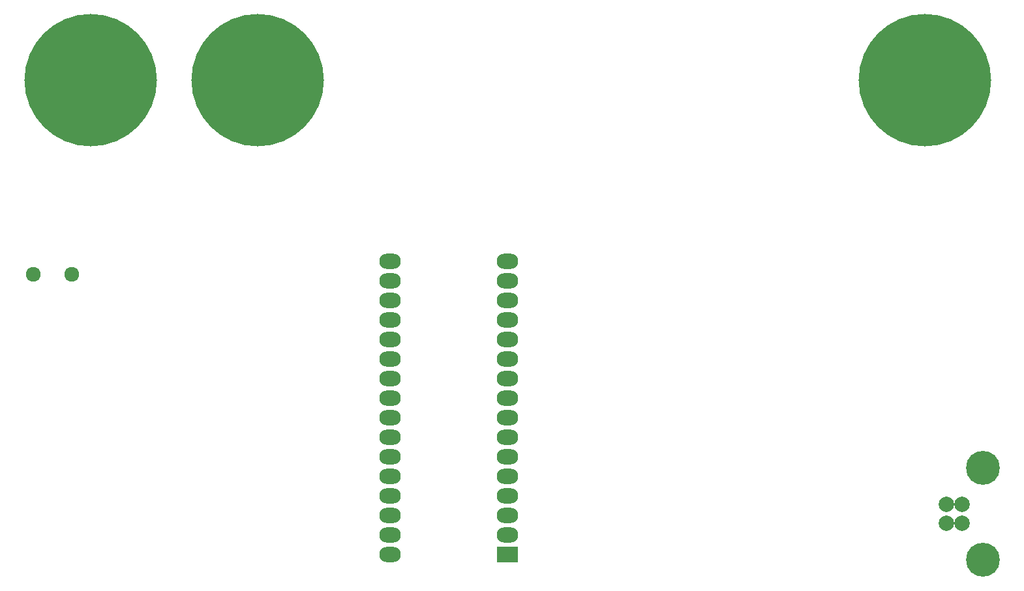
<source format=gbs>
G04 #@! TF.FileFunction,Soldermask,Bot*
%FSLAX46Y46*%
G04 Gerber Fmt 4.6, Leading zero omitted, Abs format (unit mm)*
G04 Created by KiCad (PCBNEW 4.0.4-stable) date 04/19/17 19:13:54*
%MOMM*%
%LPD*%
G01*
G04 APERTURE LIST*
%ADD10C,0.100000*%
%ADD11C,2.000000*%
%ADD12C,4.400000*%
%ADD13R,2.800000X2.000000*%
%ADD14O,2.800000X2.000000*%
%ADD15C,1.924000*%
%ADD16C,17.200000*%
G04 APERTURE END LIST*
D10*
D11*
X199771000Y-122448000D03*
X199771000Y-124948000D03*
X201771000Y-124948000D03*
X201771000Y-122448000D03*
D12*
X204471000Y-117698000D03*
X204471000Y-129698000D03*
D13*
X142750000Y-129000000D03*
D14*
X127510000Y-90900000D03*
X142750000Y-126460000D03*
X127510000Y-93440000D03*
X142750000Y-123920000D03*
X127510000Y-95980000D03*
X142750000Y-121380000D03*
X127510000Y-98520000D03*
X142750000Y-118840000D03*
X127510000Y-101060000D03*
X142750000Y-116300000D03*
X127510000Y-103600000D03*
X142750000Y-113760000D03*
X127510000Y-106140000D03*
X142750000Y-111220000D03*
X127510000Y-108680000D03*
X142750000Y-108680000D03*
X127510000Y-111220000D03*
X142750000Y-106140000D03*
X127510000Y-113760000D03*
X142750000Y-103600000D03*
X127510000Y-116300000D03*
X142750000Y-101060000D03*
X127510000Y-118840000D03*
X142750000Y-98520000D03*
X127510000Y-121380000D03*
X142750000Y-95980000D03*
X127510000Y-123920000D03*
X142750000Y-93440000D03*
X127510000Y-126460000D03*
X142750000Y-90900000D03*
X127510000Y-129000000D03*
D15*
X81193000Y-92583000D03*
X86193000Y-92583000D03*
D16*
X88646000Y-67310000D03*
X110363000Y-67310000D03*
X196977000Y-67310000D03*
M02*

</source>
